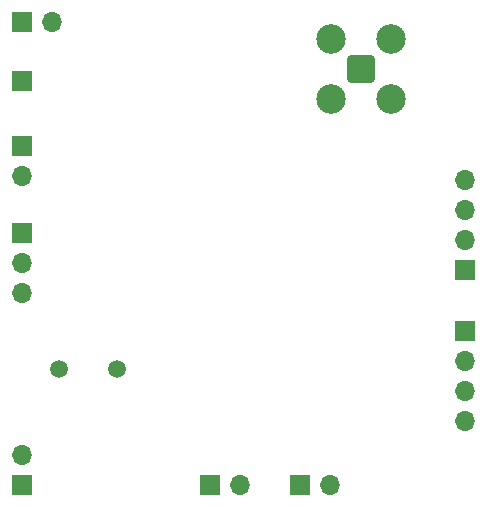
<source format=gbs>
G04 #@! TF.GenerationSoftware,KiCad,Pcbnew,7.0.9-7.0.9~ubuntu22.04.1*
G04 #@! TF.CreationDate,2023-11-28T09:56:05+02:00*
G04 #@! TF.ProjectId,elepajaradio,656c6570-616a-4617-9261-64696f2e6b69,rev?*
G04 #@! TF.SameCoordinates,Original*
G04 #@! TF.FileFunction,Soldermask,Bot*
G04 #@! TF.FilePolarity,Negative*
%FSLAX46Y46*%
G04 Gerber Fmt 4.6, Leading zero omitted, Abs format (unit mm)*
G04 Created by KiCad (PCBNEW 7.0.9-7.0.9~ubuntu22.04.1) date 2023-11-28 09:56:05*
%MOMM*%
%LPD*%
G01*
G04 APERTURE LIST*
G04 Aperture macros list*
%AMRoundRect*
0 Rectangle with rounded corners*
0 $1 Rounding radius*
0 $2 $3 $4 $5 $6 $7 $8 $9 X,Y pos of 4 corners*
0 Add a 4 corners polygon primitive as box body*
4,1,4,$2,$3,$4,$5,$6,$7,$8,$9,$2,$3,0*
0 Add four circle primitives for the rounded corners*
1,1,$1+$1,$2,$3*
1,1,$1+$1,$4,$5*
1,1,$1+$1,$6,$7*
1,1,$1+$1,$8,$9*
0 Add four rect primitives between the rounded corners*
20,1,$1+$1,$2,$3,$4,$5,0*
20,1,$1+$1,$4,$5,$6,$7,0*
20,1,$1+$1,$6,$7,$8,$9,0*
20,1,$1+$1,$8,$9,$2,$3,0*%
G04 Aperture macros list end*
%ADD10RoundRect,0.200100X-0.949900X0.949900X-0.949900X-0.949900X0.949900X-0.949900X0.949900X0.949900X0*%
%ADD11C,2.500000*%
%ADD12R,1.700000X1.700000*%
%ADD13O,1.700000X1.700000*%
%ADD14C,1.500000*%
G04 APERTURE END LIST*
D10*
X153750000Y-79000000D03*
D11*
X156290000Y-76460000D03*
X151210000Y-76460000D03*
X156290000Y-81540000D03*
X151210000Y-81540000D03*
D12*
X140970000Y-114230000D03*
D13*
X143510000Y-114230000D03*
D12*
X125000000Y-80000000D03*
X148590000Y-114230000D03*
D13*
X151130000Y-114230000D03*
D14*
X133050000Y-104450000D03*
X128150000Y-104450000D03*
D12*
X162500000Y-101190000D03*
D13*
X162500000Y-103730000D03*
X162500000Y-106270000D03*
X162500000Y-108810000D03*
D12*
X125000000Y-75000000D03*
D13*
X127540000Y-75000000D03*
D12*
X125000000Y-92915000D03*
D13*
X125000000Y-95455000D03*
X125000000Y-97995000D03*
D12*
X125000000Y-114230000D03*
D13*
X125000000Y-111690000D03*
D12*
X125000000Y-85525000D03*
D13*
X125000000Y-88065000D03*
D12*
X162500000Y-96000000D03*
D13*
X162500000Y-93460000D03*
X162500000Y-90920000D03*
X162500000Y-88380000D03*
M02*

</source>
